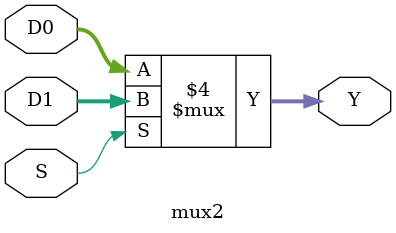
<source format=v>

module mux2(D0, D1, S, Y);
    input [3:0] D0, D1;
    input S;
    output [3:0] Y;
    reg [3:0] Y;
    
    always @ (D0 or D1 or S)
    begin
        if (S == 1)
            Y = D1;
        else
            Y = D0;
    end
endmodule

</source>
